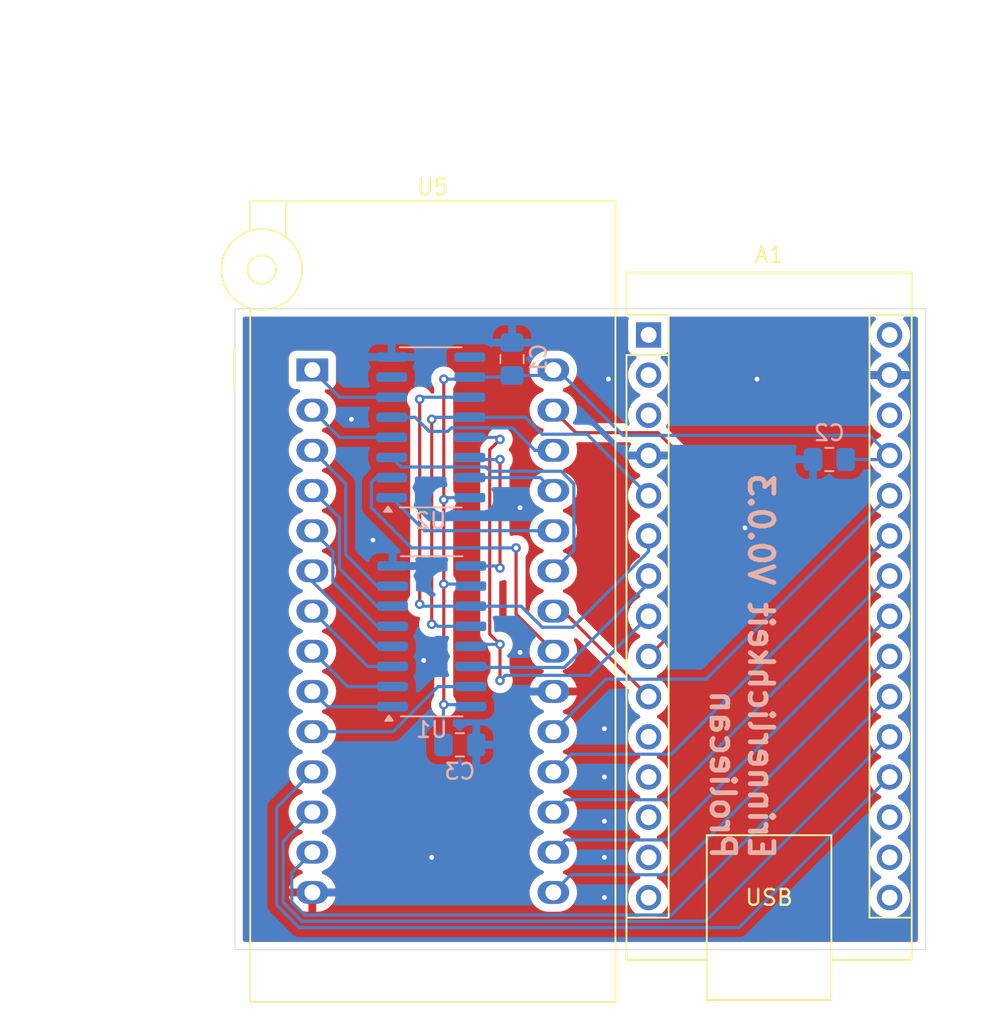
<source format=kicad_pcb>
(kicad_pcb (version 20221018) (generator pcbnew)
  (layers (0 "F.Cu" signal) (31 "B.Cu" signal) (34 "B.Paste" user) (35 "F.Paste" user) (36 "B.SilkS" user "B.Silkscreen") (37 "F.SilkS" user "F.Silkscreen") (38 "B.Mask" user) (39 "F.Mask" user) (44 "Edge.Cuts" user))
  (net 0 "")
  (net 4 "GNDD")
  (net 5 "Net-(A1-D2)")
  (net 6 "Net-(A1-D3)")
  (net 7 "Net-(A1-D4)")
  (net 8 "Net-(A1-D5)")
  (net 9 "Net-(A1-D6)")
  (net 10 "Net-(A1-D7)")
  (net 19 "/D0")
  (net 20 "/D1")
  (net 21 "/D2")
  (net 22 "/D3")
  (net 23 "/D4")
  (net 24 "/D5")
  (net 25 "/D6")
  (net 26 "/D7")
  (net 29 "/A1")
  (net 30 "/A2")
  (net 31 "/A3")
  (net 32 "/A4")
  (net 33 "/A5")
  (net 34 "/A6")
  (net 35 "/A7")
  (net 36 "Net-(U1-QH')")
  (net 37 "/A0")
  (net 38 "/A9")
  (net 39 "/A10")
  (net 40 "/A11")
  (net 41 "/A12")
  (net 42 "/A13")
  (net 43 "/A14")
  (net 46 "/A8")
  (net 47 "+5VD")
  (footprint "Module:Arduino_Nano" (layer "F.Cu") (at 146.812 82.804)
    (fp_text reference "A1" (at 7.62 -5.08) (layer "F.SilkS"))
    (fp_text value "Arduino_Nano_Every")
    (fp_text user "USB" (at 7.62 35.56 unlocked) (layer "F.SilkS"))
    (fp_line (start -1.4 -3.94) (end -1.4 -1.27) (stroke (width 0.12)) (layer "F.SilkS"))
    (fp_line (start -1.4 1.27) (end -1.4 39.5) (stroke (width 0.12)) (layer "F.SilkS"))
    (fp_line (start -1.4 39.5) (end 3.68 39.5) (stroke (width 0.12)) (layer "F.SilkS"))
    (fp_line (start 1.27 -1.27) (end -1.4 -1.27) (stroke (width 0.12)) (layer "F.SilkS"))
    (fp_line (start 1.27 1.27) (end -1.4 1.27) (stroke (width 0.12)) (layer "F.SilkS"))
    (fp_line (start 1.27 1.27) (end 1.27 -1.27) (stroke (width 0.12)) (layer "F.SilkS"))
    (fp_line (start 1.27 1.27) (end 1.27 36.83) (stroke (width 0.12)) (layer "F.SilkS"))
    (fp_line (start 1.27 36.83) (end -1.4 36.83) (stroke (width 0.12)) (layer "F.SilkS"))
    (fp_line (start 3.68 31.62) (end 11.56 31.62) (stroke (width 0.12)) (layer "F.SilkS"))
    (fp_line (start 3.68 42.04) (end 3.68 31.62) (stroke (width 0.12)) (layer "F.SilkS"))
    (fp_line (start 11.56 31.62) (end 11.56 42.04) (stroke (width 0.12)) (layer "F.SilkS"))
    (fp_line (start 11.56 42.04) (end 3.68 42.04) (stroke (width 0.12)) (layer "F.SilkS"))
    (fp_line (start 13.97 -1.27) (end 13.97 36.83) (stroke (width 0.12)) (layer "F.SilkS"))
    (fp_line (start 13.97 -1.27) (end 16.64 -1.27) (stroke (width 0.12)) (layer "F.SilkS"))
    (fp_line (start 13.97 36.83) (end 16.64 36.83) (stroke (width 0.12)) (layer "F.SilkS"))
    (fp_line (start 16.64 -3.94) (end -1.4 -3.94) (stroke (width 0.12)) (layer "F.SilkS"))
    (fp_line (start 16.64 39.5) (end 11.56 39.5) (stroke (width 0.12)) (layer "F.SilkS"))
    (fp_line (start 16.64 39.5) (end 16.64 -3.94) (stroke (width 0.12)) (layer "F.SilkS"))
    (pad "1" thru_hole rect (at 0 0) (size 1.6 1.6) (drill 1) (layers "*.Cu" "*.Mask"))
    (pad "2" thru_hole oval (at 0 2.54) (size 1.6 1.6) (drill 1) (layers "*.Cu" "*.Mask"))
    (pad "3" thru_hole oval (at 0 5.08) (size 1.6 1.6) (drill 1) (layers "*.Cu" "*.Mask"))
    (pad "4" thru_hole oval (at 0 7.62) (size 1.6 1.6) (drill 1) (layers "*.Cu" "*.Mask") (net 4 "GNDD"))
    (pad "5" thru_hole oval (at 0 10.16) (size 1.6 1.6) (drill 1) (layers "*.Cu" "*.Mask") (net 5 "Net-(A1-D2)"))
    (pad "6" thru_hole oval (at 0 12.7) (size 1.6 1.6) (drill 1) (layers "*.Cu" "*.Mask") (net 6 "Net-(A1-D3)"))
    (pad "7" thru_hole oval (at 0 15.24) (size 1.6 1.6) (drill 1) (layers "*.Cu" "*.Mask") (net 7 "Net-(A1-D4)"))
    (pad "8" thru_hole oval (at 0 17.78) (size 1.6 1.6) (drill 1) (layers "*.Cu" "*.Mask") (net 8 "Net-(A1-D5)"))
    (pad "9" thru_hole oval (at 0 20.32) (size 1.6 1.6) (drill 1) (layers "*.Cu" "*.Mask") (net 9 "Net-(A1-D6)"))
    (pad "10" thru_hole oval (at 0 22.86) (size 1.6 1.6) (drill 1) (layers "*.Cu" "*.Mask") (net 10 "Net-(A1-D7)"))
    (pad "11" thru_hole oval (at 0 25.4) (size 1.6 1.6) (drill 1) (layers "*.Cu" "*.Mask"))
    (pad "12" thru_hole oval (at 0 27.94) (size 1.6 1.6) (drill 1) (layers "*.Cu" "*.Mask"))
    (pad "13" thru_hole oval (at 0 30.48) (size 1.6 1.6) (drill 1) (layers "*.Cu" "*.Mask"))
    (pad "14" thru_hole oval (at 0 33.02) (size 1.6 1.6) (drill 1) (layers "*.Cu" "*.Mask"))
    (pad "15" thru_hole oval (at 0 35.56) (size 1.6 1.6) (drill 1) (layers "*.Cu" "*.Mask"))
    (pad "16" thru_hole oval (at 15.24 35.56) (size 1.6 1.6) (drill 1) (layers "*.Cu" "*.Mask"))
    (pad "17" thru_hole oval (at 15.24 33.02) (size 1.6 1.6) (drill 1) (layers "*.Cu" "*.Mask"))
    (pad "18" thru_hole oval (at 15.24 30.48) (size 1.6 1.6) (drill 1) (layers "*.Cu" "*.Mask"))
    (pad "19" thru_hole oval (at 15.24 27.94) (size 1.6 1.6) (drill 1) (layers "*.Cu" "*.Mask") (net 19 "/D0"))
    (pad "20" thru_hole oval (at 15.24 25.4) (size 1.6 1.6) (drill 1) (layers "*.Cu" "*.Mask") (net 20 "/D1"))
    (pad "21" thru_hole oval (at 15.24 22.86) (size 1.6 1.6) (drill 1) (layers "*.Cu" "*.Mask") (net 21 "/D2"))
    (pad "22" thru_hole oval (at 15.24 20.32) (size 1.6 1.6) (drill 1) (layers "*.Cu" "*.Mask") (net 22 "/D3"))
    (pad "23" thru_hole oval (at 15.24 17.78) (size 1.6 1.6) (drill 1) (layers "*.Cu" "*.Mask") (net 23 "/D4"))
    (pad "24" thru_hole oval (at 15.24 15.24) (size 1.6 1.6) (drill 1) (layers "*.Cu" "*.Mask") (net 24 "/D5"))
    (pad "25" thru_hole oval (at 15.24 12.7) (size 1.6 1.6) (drill 1) (layers "*.Cu" "*.Mask") (net 25 "/D6"))
    (pad "26" thru_hole oval (at 15.24 10.16) (size 1.6 1.6) (drill 1) (layers "*.Cu" "*.Mask") (net 26 "/D7"))
    (pad "27" thru_hole oval (at 15.24 7.62) (size 1.6 1.6) (drill 1) (layers "*.Cu" "*.Mask") (net 47 "+5VD"))
    (pad "28" thru_hole oval (at 15.24 5.08) (size 1.6 1.6) (drill 1) (layers "*.Cu" "*.Mask"))
    (pad "29" thru_hole oval (at 15.24 2.54) (size 1.6 1.6) (drill 1) (layers "*.Cu" "*.Mask") (net 4 "GNDD"))
    (pad "30" thru_hole oval (at 15.24 0) (size 1.6 1.6) (drill 1) (layers "*.Cu" "*.Mask"))
  )
  (footprint "Socket:DIP_Socket-28_W11.9_W12.7_W15.24_W17.78_W18.5_3M_228-1277-00-0602J" (layer "F.Cu") (at 125.545 85.02)
    (fp_text reference "U5" (at 7.62 -11.56) (layer "F.SilkS"))
    (fp_text value "AT28C256-15PU")
    (fp_line (start -4.95 1.27) (end -4.95 -1.27) (stroke (width 0.12)) (layer "F.SilkS"))
    (fp_line (start -3.93 -10.66) (end -3.93 -8.8) (stroke (width 0.12)) (layer "F.SilkS"))
    (fp_line (start -3.93 -3.9) (end -3.93 39.94) (stroke (width 0.12)) (layer "F.SilkS"))
    (fp_line (start -3.93 39.94) (end 19.17 39.94) (stroke (width 0.12)) (layer "F.SilkS"))
    (fp_line (start -1.65 -10.66) (end -1.65 -8.4) (stroke (width 0.12)) (layer "F.SilkS"))
    (fp_line (start 19.17 -10.66) (end -3.93 -10.66) (stroke (width 0.12)) (layer "F.SilkS"))
    (fp_line (start 19.17 39.94) (end 19.17 -10.66) (stroke (width 0.12)) (layer "F.SilkS"))
    (fp_circle (center -3.2 -6.35) (end -2.3 -6.35) (stroke (width 0.12)) (fill none) (layer "F.SilkS"))
    (fp_circle (center -3.2 -6.35) (end -0.65 -6.35) (stroke (width 0.12)) (fill none) (layer "F.SilkS"))
    (pad "1" thru_hole rect (at 0 0) (size 2 1.44) (drill 1) (layers "*.Cu" "*.Mask") (net 43 "/A14"))
    (pad "2" thru_hole oval (at 0 2.54) (size 2 1.44) (drill 1) (layers "*.Cu" "*.Mask") (net 41 "/A12"))
    (pad "3" thru_hole oval (at 0 5.08) (size 2 1.44) (drill 1) (layers "*.Cu" "*.Mask") (net 35 "/A7"))
    (pad "4" thru_hole oval (at 0 7.62) (size 2 1.44) (drill 1) (layers "*.Cu" "*.Mask") (net 34 "/A6"))
    (pad "5" thru_hole oval (at 0 10.16) (size 2 1.44) (drill 1) (layers "*.Cu" "*.Mask") (net 33 "/A5"))
    (pad "6" thru_hole oval (at 0 12.7) (size 2 1.44) (drill 1) (layers "*.Cu" "*.Mask") (net 32 "/A4"))
    (pad "7" thru_hole oval (at 0 15.24) (size 2 1.44) (drill 1) (layers "*.Cu" "*.Mask") (net 31 "/A3"))
    (pad "8" thru_hole oval (at 0 17.78) (size 2 1.44) (drill 1) (layers "*.Cu" "*.Mask") (net 30 "/A2"))
    (pad "9" thru_hole oval (at 0 20.32) (size 2 1.44) (drill 1) (layers "*.Cu" "*.Mask") (net 29 "/A1"))
    (pad "10" thru_hole oval (at 0 22.86) (size 2 1.44) (drill 1) (layers "*.Cu" "*.Mask") (net 37 "/A0"))
    (pad "11" thru_hole oval (at 0 25.4) (size 2 1.44) (drill 1) (layers "*.Cu" "*.Mask") (net 19 "/D0"))
    (pad "12" thru_hole oval (at 0 27.94) (size 2 1.44) (drill 1) (layers "*.Cu" "*.Mask") (net 20 "/D1"))
    (pad "13" thru_hole oval (at 0 30.48) (size 2 1.44) (drill 1) (layers "*.Cu" "*.Mask") (net 21 "/D2"))
    (pad "14" thru_hole oval (at 0 33.02) (size 2 1.44) (drill 1) (layers "*.Cu" "*.Mask") (net 4 "GNDD"))
    (pad "15" thru_hole oval (at 15.24 33.02) (size 2 1.44) (drill 1) (layers "*.Cu" "*.Mask") (net 22 "/D3"))
    (pad "16" thru_hole oval (at 15.24 30.48) (size 2 1.44) (drill 1) (layers "*.Cu" "*.Mask") (net 23 "/D4"))
    (pad "17" thru_hole oval (at 15.24 27.94) (size 2 1.44) (drill 1) (layers "*.Cu" "*.Mask") (net 24 "/D5"))
    (pad "18" thru_hole oval (at 15.24 25.4) (size 2 1.44) (drill 1) (layers "*.Cu" "*.Mask") (net 25 "/D6"))
    (pad "19" thru_hole oval (at 15.24 22.86) (size 2 1.44) (drill 1) (layers "*.Cu" "*.Mask") (net 26 "/D7"))
    (pad "20" thru_hole oval (at 15.24 20.32) (size 2 1.44) (drill 1) (layers "*.Cu" "*.Mask") (net 4 "GNDD"))
    (pad "21" thru_hole oval (at 15.24 17.78) (size 2 1.44) (drill 1) (layers "*.Cu" "*.Mask") (net 39 "/A10"))
    (pad "22" thru_hole oval (at 15.24 15.24) (size 2 1.44) (drill 1) (layers "*.Cu" "*.Mask") (net 10 "Net-(A1-D7)"))
    (pad "23" thru_hole oval (at 15.24 12.7) (size 2 1.44) (drill 1) (layers "*.Cu" "*.Mask") (net 40 "/A11"))
    (pad "24" thru_hole oval (at 15.24 10.16) (size 2 1.44) (drill 1) (layers "*.Cu" "*.Mask") (net 38 "/A9"))
    (pad "25" thru_hole oval (at 15.24 7.62) (size 2 1.44) (drill 1) (layers "*.Cu" "*.Mask") (net 46 "/A8"))
    (pad "26" thru_hole oval (at 15.24 5.08) (size 2 1.44) (drill 1) (layers "*.Cu" "*.Mask") (net 42 "/A13"))
    (pad "27" thru_hole oval (at 15.24 2.54) (size 2 1.44) (drill 1) (layers "*.Cu" "*.Mask") (net 9 "Net-(A1-D6)"))
    (pad "28" thru_hole oval (at 15.24 0) (size 2 1.44) (drill 1) (layers "*.Cu" "*.Mask") (net 47 "+5VD"))
  )
  (footprint "Capacitor_SMD:C_0805_2012Metric_Pad1.18x1.45mm_HandSolder" (layer "B.Cu") (at 158.242 90.678 180)
    (fp_text reference "C2" (at 0 1.68) (layer "B.SilkS") (effects (justify mirror)))
    (fp_text value "100nC")
    (fp_line (start -0.261252 -0.735) (end 0.261252 -0.735) (stroke (width 0.12)) (layer "B.SilkS"))
    (fp_line (start -0.261252 0.735) (end 0.261252 0.735) (stroke (width 0.12)) (layer "B.SilkS"))
    (pad "1" smd roundrect (at -1.0375 0 180) (size 1.175 1.45) (layers "B.Cu" "B.Paste" "B.Mask") (roundrect_rratio 0.212766) (net 47 "+5VD"))
    (pad "2" smd roundrect (at 1.0375 0 180) (size 1.175 1.45) (layers "B.Cu" "B.Paste" "B.Mask") (roundrect_rratio 0.212766) (net 4 "GNDD"))
  )
  (footprint "Package_SO:SOIC-16_3.9x9.9mm_P1.27mm" (layer "B.Cu") (at 133.096 101.854)
    (fp_text reference "U1" (at 0 5.9) (layer "B.SilkS") (effects (justify mirror)))
    (fp_text value "74HC595D")
    (fp_line (start 0 -5.06) (end -1.95 -5.06) (stroke (width 0.12)) (layer "B.SilkS"))
    (fp_line (start 0 -5.06) (end 1.95 -5.06) (stroke (width 0.12)) (layer "B.SilkS"))
    (fp_line (start 0 5.06) (end -1.95 5.06) (stroke (width 0.12)) (layer "B.SilkS"))
    (fp_line (start 0 5.06) (end 1.95 5.06) (stroke (width 0.12)) (layer "B.SilkS"))
    (fp_poly (pts (xy -2.7 5.005) (xy -2.94 5.335) (xy -2.46 5.335) (xy -2.7 5.005)) (stroke (width 0.12)) (fill solid) (layer "B.SilkS"))
    (pad "1" smd roundrect (at -2.475 4.445) (size 1.95 0.6) (layers "B.Cu" "B.Paste" "B.Mask") (net 29 "/A1"))
    (pad "2" smd roundrect (at -2.475 3.175) (size 1.95 0.6) (layers "B.Cu" "B.Paste" "B.Mask") (net 30 "/A2"))
    (pad "3" smd roundrect (at -2.475 1.905) (size 1.95 0.6) (layers "B.Cu" "B.Paste" "B.Mask") (net 31 "/A3"))
    (pad "4" smd roundrect (at -2.475 0.635) (size 1.95 0.6) (layers "B.Cu" "B.Paste" "B.Mask") (net 32 "/A4"))
    (pad "5" smd roundrect (at -2.475 -0.635) (size 1.95 0.6) (layers "B.Cu" "B.Paste" "B.Mask") (net 33 "/A5"))
    (pad "6" smd roundrect (at -2.475 -1.905) (size 1.95 0.6) (layers "B.Cu" "B.Paste" "B.Mask") (net 34 "/A6"))
    (pad "7" smd roundrect (at -2.475 -3.175) (size 1.95 0.6) (layers "B.Cu" "B.Paste" "B.Mask") (net 35 "/A7"))
    (pad "8" smd roundrect (at -2.475 -4.445) (size 1.95 0.6) (layers "B.Cu" "B.Paste" "B.Mask") (net 4 "GNDD"))
    (pad "9" smd roundrect (at 2.475 -4.445) (size 1.95 0.6) (layers "B.Cu" "B.Paste" "B.Mask") (net 36 "Net-(U1-QH')"))
    (pad "10" smd roundrect (at 2.475 -3.175) (size 1.95 0.6) (layers "B.Cu" "B.Paste" "B.Mask") (net 47 "+5VD"))
    (pad "11" smd roundrect (at 2.475 -1.905) (size 1.95 0.6) (layers "B.Cu" "B.Paste" "B.Mask") (net 6 "Net-(A1-D3)"))
    (pad "12" smd roundrect (at 2.475 -0.635) (size 1.95 0.6) (layers "B.Cu" "B.Paste" "B.Mask") (net 5 "Net-(A1-D2)"))
    (pad "13" smd roundrect (at 2.475 0.635) (size 1.95 0.6) (layers "B.Cu" "B.Paste" "B.Mask") (net 8 "Net-(A1-D5)"))
    (pad "14" smd roundrect (at 2.475 1.905) (size 1.95 0.6) (layers "B.Cu" "B.Paste" "B.Mask") (net 7 "Net-(A1-D4)"))
    (pad "15" smd roundrect (at 2.475 3.175) (size 1.95 0.6) (layers "B.Cu" "B.Paste" "B.Mask") (net 37 "/A0"))
    (pad "16" smd roundrect (at 2.475 4.445) (size 1.95 0.6) (layers "B.Cu" "B.Paste" "B.Mask") (net 47 "+5VD"))
  )
  (footprint "Capacitor_SMD:C_0805_2012Metric_Pad1.18x1.45mm_HandSolder" (layer "B.Cu") (at 138.176 84.328 90)
    (fp_text reference "C1" (at 0 1.68 90) (layer "B.SilkS") (effects (justify mirror)))
    (fp_text value "10uC")
    (fp_line (start -0.261252 -0.735) (end 0.261252 -0.735) (stroke (width 0.12)) (layer "B.SilkS"))
    (fp_line (start -0.261252 0.735) (end 0.261252 0.735) (stroke (width 0.12)) (layer "B.SilkS"))
    (pad "1" smd roundrect (at -1.0375 0 90) (size 1.175 1.45) (layers "B.Cu" "B.Paste" "B.Mask") (roundrect_rratio 0.212766) (net 47 "+5VD"))
    (pad "2" smd roundrect (at 1.0375 0 90) (size 1.175 1.45) (layers "B.Cu" "B.Paste" "B.Mask") (roundrect_rratio 0.212766) (net 4 "GNDD"))
  )
  (footprint "Package_SO:SOIC-16_3.9x9.9mm_P1.27mm" (layer "B.Cu") (at 133.031 88.646)
    (fp_text reference "U2" (at 0 5.9) (layer "B.SilkS") (effects (justify mirror)))
    (fp_text value "74HC595D")
    (fp_line (start 0 -5.06) (end -1.95 -5.06) (stroke (width 0.12)) (layer "B.SilkS"))
    (fp_line (start 0 -5.06) (end 1.95 -5.06) (stroke (width 0.12)) (layer "B.SilkS"))
    (fp_line (start 0 5.06) (end -1.95 5.06) (stroke (width 0.12)) (layer "B.SilkS"))
    (fp_line (start 0 5.06) (end 1.95 5.06) (stroke (width 0.12)) (layer "B.SilkS"))
    (fp_poly (pts (xy -2.7 5.005) (xy -2.94 5.335) (xy -2.46 5.335) (xy -2.7 5.005)) (stroke (width 0.12)) (fill solid) (layer "B.SilkS"))
    (pad "1" smd roundrect (at -2.475 4.445) (size 1.95 0.6) (layers "B.Cu" "B.Paste" "B.Mask") (net 38 "/A9"))
    (pad "2" smd roundrect (at -2.475 3.175) (size 1.95 0.6) (layers "B.Cu" "B.Paste" "B.Mask") (net 39 "/A10"))
    (pad "3" smd roundrect (at -2.475 1.905) (size 1.95 0.6) (layers "B.Cu" "B.Paste" "B.Mask") (net 40 "/A11"))
    (pad "4" smd roundrect (at -2.475 0.635) (size 1.95 0.6) (layers "B.Cu" "B.Paste" "B.Mask") (net 41 "/A12"))
    (pad "5" smd roundrect (at -2.475 -0.635) (size 1.95 0.6) (layers "B.Cu" "B.Paste" "B.Mask") (net 42 "/A13"))
    (pad "6" smd roundrect (at -2.475 -1.905) (size 1.95 0.6) (layers "B.Cu" "B.Paste" "B.Mask") (net 43 "/A14"))
    (pad "7" smd roundrect (at -2.475 -3.175) (size 1.95 0.6) (layers "B.Cu" "B.Paste" "B.Mask"))
    (pad "8" smd roundrect (at -2.475 -4.445) (size 1.95 0.6) (layers "B.Cu" "B.Paste" "B.Mask") (net 4 "GNDD"))
    (pad "9" smd roundrect (at 2.475 -4.445) (size 1.95 0.6) (layers "B.Cu" "B.Paste" "B.Mask"))
    (pad "10" smd roundrect (at 2.475 -3.175) (size 1.95 0.6) (layers "B.Cu" "B.Paste" "B.Mask") (net 47 "+5VD"))
    (pad "11" smd roundrect (at 2.475 -1.905) (size 1.95 0.6) (layers "B.Cu" "B.Paste" "B.Mask") (net 6 "Net-(A1-D3)"))
    (pad "12" smd roundrect (at 2.475 -0.635) (size 1.95 0.6) (layers "B.Cu" "B.Paste" "B.Mask") (net 5 "Net-(A1-D2)"))
    (pad "13" smd roundrect (at 2.475 0.635) (size 1.95 0.6) (layers "B.Cu" "B.Paste" "B.Mask") (net 8 "Net-(A1-D5)"))
    (pad "14" smd roundrect (at 2.475 1.905) (size 1.95 0.6) (layers "B.Cu" "B.Paste" "B.Mask") (net 36 "Net-(U1-QH')"))
    (pad "15" smd roundrect (at 2.475 3.175) (size 1.95 0.6) (layers "B.Cu" "B.Paste" "B.Mask") (net 46 "/A8"))
    (pad "16" smd roundrect (at 2.475 4.445) (size 1.95 0.6) (layers "B.Cu" "B.Paste" "B.Mask") (net 47 "+5VD"))
  )
  (footprint "Capacitor_SMD:C_0805_2012Metric_Pad1.18x1.45mm_HandSolder" (layer "B.Cu") (at 134.874 108.712)
    (fp_text reference "C3" (at 0 1.68) (layer "B.SilkS") (effects (justify mirror)))
    (fp_text value "100nC")
    (fp_line (start -0.261252 -0.735) (end 0.261252 -0.735) (stroke (width 0.12)) (layer "B.SilkS"))
    (fp_line (start -0.261252 0.735) (end 0.261252 0.735) (stroke (width 0.12)) (layer "B.SilkS"))
    (pad "1" smd roundrect (at -1.0375 0) (size 1.175 1.45) (layers "B.Cu" "B.Paste" "B.Mask") (roundrect_rratio 0.212766) (net 47 "+5VD"))
    (pad "2" smd roundrect (at 1.0375 0) (size 1.175 1.45) (layers "B.Cu" "B.Paste" "B.Mask") (roundrect_rratio 0.212766) (net 4 "GNDD"))
  )
  (gr_rect (start 120.65 81.153) (end 164.338 121.666) (stroke (width 0.05)) (fill none) (layer "Edge.Cuts"))
  (gr_text "Erinnerlichkeit V0.0.3\nProliecan" (at 150.622 116.078 270) (layer "B.SilkS") (effects (font (size 1.5 1.5) (thickness 0.3) bold) (justify left bottom mirror)))
  (via (at 144.018 113.538) (size 0.6) (drill 0.3) (layers "F.Cu" "B.Cu") (net 4))
  (via (at 144.018 107.696) (size 0.6) (drill 0.3) (layers "F.Cu" "B.Cu") (net 4))
  (via (at 144.018 118.364) (size 0.6) (drill 0.3) (layers "F.Cu" "B.Cu") (net 4))
  (via (at 138.684 93.726) (size 0.6) (drill 0.3) (layers "F.Cu" "B.Cu") (net 4))
  (via (at 132.588 103.378) (size 0.6) (drill 0.3) (layers "F.Cu" "B.Cu") (net 4))
  (via (at 128.016 88.138) (size 0.6) (drill 0.3) (layers "F.Cu" "B.Cu") (net 4))
  (via (at 144.018 110.744) (size 0.6) (drill 0.3) (layers "F.Cu" "B.Cu") (net 4))
  (via (at 133.096 115.824) (size 0.6) (drill 0.3) (layers "F.Cu" "B.Cu") (net 4))
  (via (at 144.272 85.598) (size 0.6) (drill 0.3) (layers "F.Cu" "B.Cu") (net 4))
  (via (at 152.908 94.996) (size 0.6) (drill 0.3) (layers "F.Cu" "B.Cu") (net 4))
  (via (at 144.018 115.824) (size 0.6) (drill 0.3) (layers "F.Cu" "B.Cu") (net 4))
  (via (at 138.684 102.87) (size 0.6) (drill 0.3) (layers "F.Cu" "B.Cu") (net 4))
  (via (at 153.67 85.598) (size 0.6) (drill 0.3) (layers "F.Cu" "B.Cu") (net 4))
  (via (at 129.380315 95.76949) (size 0.6) (drill 0.3) (layers "F.Cu" "B.Cu") (net 4))
  (segment (start 133.096 100.838) (end 133.096 88.138) (width 0.2) (layer "F.Cu") (net 5))
  (segment (start 133.35 101.092) (end 133.096 100.838) (width 0.2) (layer "F.Cu") (net 5))
  (via (at 133.096 88.138) (size 0.6) (drill 0.3) (layers "F.Cu" "B.Cu") (net 5))
  (via (at 133.096 101.092) (size 0.6) (drill 0.3) (layers "F.Cu" "B.Cu") (net 5))
  (segment (start 135.506 88.011) (end 139.013502 88.011) (width 0.2) (layer "B.Cu") (net 5))
  (segment (start 139.013502 88.011) (end 140.082502 89.08) (width 0.2) (layer "B.Cu") (net 5))
  (segment (start 133.223 88.011) (end 135.506 88.011) (width 0.2) (layer "B.Cu") (net 5))
  (segment (start 135.571 101.219) (end 133.477 101.219) (width 0.2) (layer "B.Cu") (net 5))
  (segment (start 142.928 89.08) (end 146.812 92.964) (width 0.2) (layer "B.Cu") (net 5))
  (segment (start 133.096 88.138) (end 133.223 88.011) (width 0.2) (layer "B.Cu") (net 5))
  (segment (start 140.082502 89.08) (end 142.928 89.08) (width 0.2) (layer "B.Cu") (net 5))
  (segment (start 133.477 101.219) (end 133.35 101.092) (width 0.2) (layer "B.Cu") (net 5))
  (segment (start 132.334 86.868) (end 132.334 99.822) (width 0.2) (layer "F.Cu") (net 6))
  (via (at 132.334 86.868) (size 0.6) (drill 0.3) (layers "F.Cu" "B.Cu") (net 6))
  (via (at 132.334 99.822) (size 0.6) (drill 0.3) (layers "F.Cu" "B.Cu") (net 6))
  (segment (start 135.571 99.949) (end 138.751502 99.949) (width 0.2) (layer "B.Cu") (net 6))
  (segment (start 146.812 96.488365) (end 146.812 95.504) (width 0.2) (layer "B.Cu") (net 6))
  (segment (start 132.461 99.949) (end 135.571 99.949) (width 0.2) (layer "B.Cu") (net 6))
  (segment (start 142.020365 101.28) (end 146.812 96.488365) (width 0.2) (layer "B.Cu") (net 6))
  (segment (start 138.751502 99.949) (end 140.082502 101.28) (width 0.2) (layer "B.Cu") (net 6))
  (segment (start 132.334 99.822) (end 132.461 99.949) (width 0.2) (layer "B.Cu") (net 6))
  (segment (start 140.082502 101.28) (end 142.020365 101.28) (width 0.2) (layer "B.Cu") (net 6))
  (segment (start 132.461 86.741) (end 132.334 86.868) (width 0.2) (layer "B.Cu") (net 6))
  (segment (start 135.506 86.741) (end 132.461 86.741) (width 0.2) (layer "B.Cu") (net 6))
  (segment (start 136.606999 103.82) (end 141.487498 103.82) (width 0.2) (layer "B.Cu") (net 7))
  (segment (start 135.571 103.759) (end 136.545999 103.759) (width 0.2) (layer "B.Cu") (net 7))
  (segment (start 146.812 98.495498) (end 146.812 98.044) (width 0.2) (layer "B.Cu") (net 7))
  (segment (start 141.487498 103.82) (end 146.812 98.495498) (width 0.2) (layer "B.Cu") (net 7))
  (segment (start 136.545999 103.759) (end 136.606999 103.82) (width 0.2) (layer "B.Cu") (net 7))
  (segment (start 136.764 101.712) (end 137.414 102.362) (width 0.2) (layer "F.Cu") (net 8))
  (segment (start 137.414 89.408) (end 136.764 90.058) (width 0.2) (layer "F.Cu") (net 8))
  (segment (start 137.414 102.362) (end 137.414 104.648) (width 0.2) (layer "F.Cu") (net 8))
  (segment (start 136.764 90.058) (end 136.764 101.712) (width 0.2) (layer "F.Cu") (net 8))
  (via (at 137.414 104.648) (size 0.6) (drill 0.3) (layers "F.Cu" "B.Cu") (net 8))
  (via (at 137.414 89.408) (size 0.6) (drill 0.3) (layers "F.Cu" "B.Cu") (net 8))
  (via (at 137.414 102.362) (size 0.6) (drill 0.3) (layers "F.Cu" "B.Cu") (net 8))
  (segment (start 137.414 102.362) (end 135.698 102.362) (width 0.2) (layer "B.Cu") (net 8))
  (segment (start 135.506 89.281) (end 137.287 89.281) (width 0.2) (layer "B.Cu") (net 8))
  (segment (start 137.287 89.281) (end 137.414 89.408) (width 0.2) (layer "B.Cu") (net 8))
  (segment (start 137.414 104.648) (end 137.742 104.32) (width 0.2) (layer "B.Cu") (net 8))
  (segment (start 135.698 102.362) (end 135.571 102.489) (width 0.2) (layer "B.Cu") (net 8))
  (segment (start 137.742 104.32) (end 143.076 104.32) (width 0.2) (layer "B.Cu") (net 8))
  (segment (start 143.076 104.32) (end 146.812 100.584) (width 0.2) (layer "B.Cu") (net 8))
  (segment (start 142.209 88.984) (end 147.404 88.984) (width 0.2) (layer "F.Cu") (net 9))
  (segment (start 148.844 101.092) (end 146.812 103.124) (width 0.2) (layer "F.Cu") (net 9))
  (segment (start 140.785 87.56) (end 142.209 88.984) (width 0.2) (layer "F.Cu") (net 9))
  (segment (start 147.404 88.984) (end 148.844 90.424) (width 0.2) (layer "F.Cu") (net 9))
  (segment (start 148.844 90.424) (end 148.844 101.092) (width 0.2) (layer "F.Cu") (net 9))
  (segment (start 141.408 100.26) (end 146.812 105.664) (width 0.2) (layer "F.Cu") (net 10))
  (segment (start 140.785 100.26) (end 141.408 100.26) (width 0.2) (layer "F.Cu") (net 10))
  (segment (start 152.532 120.264) (end 124.720628 120.264) (width 0.2) (layer "B.Cu") (net 19))
  (segment (start 123.298 118.841371) (end 123.298 112.667) (width 0.2) (layer "B.Cu") (net 19))
  (segment (start 123.298 112.667) (end 125.545 110.42) (width 0.2) (layer "B.Cu") (net 19))
  (segment (start 162.052 110.744) (end 152.532 120.264) (width 0.2) (layer "B.Cu") (net 19))
  (segment (start 124.720628 120.264) (end 123.298 118.841371) (width 0.2) (layer "B.Cu") (net 19))
  (segment (start 123.698 114.807) (end 125.545 112.96) (width 0.2) (layer "B.Cu") (net 20))
  (segment (start 162.052 108.204) (end 150.392 119.864) (width 0.2) (layer "B.Cu") (net 20))
  (segment (start 150.392 119.864) (end 124.886314 119.864) (width 0.2) (layer "B.Cu") (net 20))
  (segment (start 124.886314 119.864) (end 123.698 118.675686) (width 0.2) (layer "B.Cu") (net 20))
  (segment (start 123.698 118.675686) (end 123.698 114.807) (width 0.2) (layer "B.Cu") (net 20))
  (segment (start 125.052 119.464) (end 124.245 118.657) (width 0.2) (layer "B.Cu") (net 21))
  (segment (start 124.245 118.657) (end 124.245 116.8) (width 0.2) (layer "B.Cu") (net 21))
  (segment (start 162.052 105.664) (end 148.252 119.464) (width 0.2) (layer "B.Cu") (net 21))
  (segment (start 124.245 116.8) (end 125.545 115.5) (width 0.2) (layer "B.Cu") (net 21))
  (segment (start 148.252 119.464) (end 125.052 119.464) (width 0.2) (layer "B.Cu") (net 21))
  (segment (start 141.901 116.924) (end 140.785 118.04) (width 0.2) (layer "B.Cu") (net 22))
  (segment (start 162.052 103.124) (end 148.252 116.924) (width 0.2) (layer "B.Cu") (net 22))
  (segment (start 148.252 116.924) (end 141.901 116.924) (width 0.2) (layer "B.Cu") (net 22))
  (segment (start 162.052 100.584) (end 147.912 114.724) (width 0.2) (layer "B.Cu") (net 23))
  (segment (start 141.561 114.724) (end 140.785 115.5) (width 0.2) (layer "B.Cu") (net 23))
  (segment (start 147.912 114.724) (end 141.561 114.724) (width 0.2) (layer "B.Cu") (net 23))
  (segment (start 147.912 112.184) (end 141.561 112.184) (width 0.2) (layer "B.Cu") (net 24))
  (segment (start 141.561 112.184) (end 140.785 112.96) (width 0.2) (layer "B.Cu") (net 24))
  (segment (start 162.052 98.044) (end 147.912 112.184) (width 0.2) (layer "B.Cu") (net 24))
  (segment (start 141.901 109.304) (end 140.785 110.42) (width 0.2) (layer "B.Cu") (net 25))
  (segment (start 162.052 95.504) (end 148.252 109.304) (width 0.2) (layer "B.Cu") (net 25))
  (segment (start 148.252 109.304) (end 141.901 109.304) (width 0.2) (layer "B.Cu") (net 25))
  (segment (start 162.052 92.964) (end 150.452 104.564) (width 0.2) (layer "B.Cu") (net 26))
  (segment (start 144.101 104.564) (end 140.785 107.88) (width 0.2) (layer "B.Cu") (net 26))
  (segment (start 150.452 104.564) (end 144.101 104.564) (width 0.2) (layer "B.Cu") (net 26))
  (segment (start 126.504 106.299) (end 125.545 105.34) (width 0.2) (layer "B.Cu") (net 29))
  (segment (start 130.621 106.299) (end 126.504 106.299) (width 0.2) (layer "B.Cu") (net 29))
  (segment (start 130.621 105.029) (end 127.774 105.029) (width 0.2) (layer "B.Cu") (net 30))
  (segment (start 127.774 105.029) (end 125.545 102.8) (width 0.2) (layer "B.Cu") (net 30))
  (segment (start 130.621 103.759) (end 129.044 103.759) (width 0.2) (layer "B.Cu") (net 31))
  (segment (start 129.044 103.759) (end 125.545 100.26) (width 0.2) (layer "B.Cu") (net 31))
  (segment (start 125.545 98.387999) (end 125.545 97.72) (width 0.2) (layer "B.Cu") (net 32))
  (segment (start 130.621 102.489) (end 129.646001 102.489) (width 0.2) (layer "B.Cu") (net 32))
  (segment (start 129.646001 102.489) (end 125.545 98.387999) (width 0.2) (layer "B.Cu") (net 32))
  (segment (start 126.845 98.417999) (end 126.845 96.48) (width 0.2) (layer "B.Cu") (net 33))
  (segment (start 130.621 101.219) (end 129.646001 101.219) (width 0.2) (layer "B.Cu") (net 33))
  (segment (start 129.646001 101.219) (end 126.845 98.417999) (width 0.2) (layer "B.Cu") (net 33))
  (segment (start 126.845 96.48) (end 125.545 95.18) (width 0.2) (layer "B.Cu") (net 33))
  (segment (start 130.621 99.949) (end 129.646001 99.949) (width 0.2) (layer "B.Cu") (net 34))
  (segment (start 127.254 94.349) (end 125.545 92.64) (width 0.2) (layer "B.Cu") (net 34))
  (segment (start 129.646001 99.949) (end 127.254 97.556999) (width 0.2) (layer "B.Cu") (net 34))
  (segment (start 127.254 97.556999) (end 127.254 94.349) (width 0.2) (layer "B.Cu") (net 34))
  (segment (start 127.654 96.686999) (end 127.654 92.209) (width 0.2) (layer "B.Cu") (net 35))
  (segment (start 127.654 92.209) (end 125.545 90.1) (width 0.2) (layer "B.Cu") (net 35))
  (segment (start 129.646001 98.679) (end 127.654 96.686999) (width 0.2) (layer "B.Cu") (net 35))
  (segment (start 130.621 98.679) (end 129.646001 98.679) (width 0.2) (layer "B.Cu") (net 35))
  (segment (start 137.414 97.536) (end 137.414 90.678) (width 0.2) (layer "F.Cu") (net 36))
  (via (at 137.414 97.536) (size 0.6) (drill 0.3) (layers "F.Cu" "B.Cu") (net 36))
  (via (at 137.414 90.678) (size 0.6) (drill 0.3) (layers "F.Cu" "B.Cu") (net 36))
  (segment (start 135.633 90.678) (end 135.506 90.551) (width 0.2) (layer "B.Cu") (net 36))
  (segment (start 137.414 90.678) (end 135.633 90.678) (width 0.2) (layer "B.Cu") (net 36))
  (segment (start 135.571 97.409) (end 137.287 97.409) (width 0.2) (layer "B.Cu") (net 36))
  (segment (start 137.287 97.409) (end 137.414 97.536) (width 0.2) (layer "B.Cu") (net 36))
  (segment (start 135.571 105.029) (end 133.506552 105.029) (width 0.2) (layer "B.Cu") (net 37))
  (segment (start 130.655552 107.88) (end 125.545 107.88) (width 0.2) (layer "B.Cu") (net 37))
  (segment (start 133.506552 105.029) (end 130.655552 107.88) (width 0.2) (layer "B.Cu") (net 37))
  (segment (start 132.645 95.18) (end 140.785 95.18) (width 0.2) (layer "B.Cu") (net 38))
  (segment (start 130.556 93.091) (end 132.645 95.18) (width 0.2) (layer "B.Cu") (net 38))
  (segment (start 138.43 100.445) (end 140.785 102.8) (width 0.2) (layer "F.Cu") (net 39))
  (segment (start 138.43 96.266) (end 138.43 100.445) (width 0.2) (layer "F.Cu") (net 39))
  (via (at 138.43 96.266) (size 0.6) (drill 0.3) (layers "F.Cu" "B.Cu") (net 39))
  (segment (start 129.581001 91.821) (end 129.281 92.121001) (width 0.2) (layer "B.Cu") (net 39))
  (segment (start 129.281 92.121001) (end 129.281 93.721) (width 0.2) (layer "B.Cu") (net 39))
  (segment (start 130.556 91.821) (end 129.581001 91.821) (width 0.2) (layer "B.Cu") (net 39))
  (segment (start 131.826 96.266) (end 138.43 96.266) (width 0.2) (layer "B.Cu") (net 39))
  (segment (start 129.281 93.721) (end 131.826 96.266) (width 0.2) (layer "B.Cu") (net 39))
  (segment (start 142.085 96.42) (end 140.785 97.72) (width 0.2) (layer "B.Cu") (net 40))
  (segment (start 142.085 92.217502) (end 142.085 96.42) (width 0.2) (layer "B.Cu") (net 40))
  (segment (start 136.791552 91.421) (end 141.288498 91.421) (width 0.2) (layer "B.Cu") (net 40))
  (segment (start 130.556 90.551) (end 131.156 91.151) (width 0.2) (layer "B.Cu") (net 40))
  (segment (start 141.288498 91.421) (end 142.085 92.217502) (width 0.2) (layer "B.Cu") (net 40))
  (segment (start 131.156 91.151) (end 136.521552 91.151) (width 0.2) (layer "B.Cu") (net 40))
  (segment (start 136.521552 91.151) (end 136.791552 91.421) (width 0.2) (layer "B.Cu") (net 40))
  (segment (start 130.556 89.281) (end 127.266 89.281) (width 0.2) (layer "B.Cu") (net 41))
  (segment (start 127.266 89.281) (end 125.545 87.56) (width 0.2) (layer "B.Cu") (net 41))
  (segment (start 139.63 90.1) (end 140.785 90.1) (width 0.2) (layer "B.Cu") (net 42))
  (segment (start 132.049761 88.011) (end 132.938761 88.9) (width 0.2) (layer "B.Cu") (net 42))
  (segment (start 132.938761 88.9) (end 134.112 88.9) (width 0.2) (layer "B.Cu") (net 42))
  (segment (start 134.331 88.681) (end 138.211 88.681) (width 0.2) (layer "B.Cu") (net 42))
  (segment (start 138.211 88.681) (end 139.63 90.1) (width 0.2) (layer "B.Cu") (net 42))
  (segment (start 130.556 88.011) (end 132.049761 88.011) (width 0.2) (layer "B.Cu") (net 42))
  (segment (start 134.112 88.9) (end 134.331 88.681) (width 0.2) (layer "B.Cu") (net 42))
  (segment (start 130.556 86.741) (end 127.266 86.741) (width 0.2) (layer "B.Cu") (net 43))
  (segment (start 127.266 86.741) (end 125.545 85.02) (width 0.2) (layer "B.Cu") (net 43))
  (segment (start 135.506 91.821) (end 139.966 91.821) (width 0.2) (layer "B.Cu") (net 46))
  (segment (start 139.966 91.821) (end 140.785 92.64) (width 0.2) (layer "B.Cu") (net 46))
  (segment (start 133.858 93.218) (end 133.858 98.552) (width 0.2) (layer "F.Cu") (net 47))
  (segment (start 133.858 98.552) (end 133.858 106.172) (width 0.2) (layer "F.Cu") (net 47))
  (segment (start 133.858 93.218) (end 133.858 85.598) (width 0.2) (layer "F.Cu") (net 47))
  (via (at 133.858 98.552) (size 0.6) (drill 0.3) (layers "F.Cu" "B.Cu") (net 47))
  (via (at 133.858 85.598) (size 0.6) (drill 0.3) (layers "F.Cu" "B.Cu") (net 47))
  (via (at 133.858 93.218) (size 0.6) (drill 0.3) (layers "F.Cu" "B.Cu") (net 47))
  (via (at 133.858 106.172) (size 0.6) (drill 0.3) (layers "F.Cu" "B.Cu") (net 47))
  (segment (start 141.065 85.02) (end 145.199 89.154) (width 0.2) (layer "B.Cu") (net 47))
  (segment (start 133.8365 108.712) (end 133.8365 106.1935) (width 0.2) (layer "B.Cu") (net 47))
  (segment (start 140.4395 85.3655) (end 140.785 85.02) (width 0.2) (layer "B.Cu") (net 47))
  (segment (start 145.199 89.154) (end 160.782 89.154) (width 0.2) (layer "B.Cu") (net 47))
  (segment (start 138.176 85.3655) (end 140.4395 85.3655) (width 0.2) (layer "B.Cu") (net 47))
  (segment (start 135.379 85.598) (end 135.506 85.471) (width 0.2) (layer "B.Cu") (net 47))
  (segment (start 133.858 98.552) (end 135.444 98.552) (width 0.2) (layer "B.Cu") (net 47))
  (segment (start 133.858 85.598) (end 135.379 85.598) (width 0.2) (layer "B.Cu") (net 47))
  (segment (start 135.506 93.091) (end 133.985 93.091) (width 0.2) (layer "B.Cu") (net 47))
  (segment (start 133.858 106.172) (end 135.444 106.172) (width 0.2) (layer "B.Cu") (net 47))
  (segment (start 133.8365 106.1935) (end 133.858 106.172) (width 0.2) (layer "B.Cu") (net 47))
  (segment (start 133.8795 106.1935) (end 133.858 106.172) (width 0.2) (layer "B.Cu") (net 47))
  (segment (start 160.782 89.154) (end 162.052 90.424) (width 0.2) (layer "B.Cu") (net 47))
  (segment (start 135.444 98.552) (end 135.571 98.679) (width 0.2) (layer "B.Cu") (net 47))
  (segment (start 133.985 93.091) (end 133.858 93.218) (width 0.2) (layer "B.Cu") (net 47))
  (segment (start 138.0705 85.471) (end 138.176 85.3655) (width 0.2) (layer "B.Cu") (net 47))
  (segment (start 135.444 106.172) (end 135.571 106.299) (width 0.2) (layer "B.Cu") (net 47))
  (segment (start 135.506 85.471) (end 138.0705 85.471) (width 0.2) (layer "B.Cu") (net 47))
  (segment (start 140.785 85.02) (end 141.065 85.02) (width 0.2) (layer "B.Cu") (net 47))
  (segment (start 140.334 85.471) (end 140.785 85.02) (width 0.2) (layer "B.Cu") (net 47))
  (segment (start 161.798 90.678) (end 162.052 90.424) (width 0.2) (layer "B.Cu") (net 47))
  (segment (start 159.2795 90.678) (end 161.798 90.678) (width 0.2) (layer "B.Cu") (net 47))
  (zone (net 4) (net_name "GNDD") (layer "F.Cu") (connect_pads (clearance 0.5)) (min_thickness 0.25) (fill yes (thermal_gap 0.5) (thermal_bridge_width 0.5))
    (polygon (pts (xy 106.045 76.185802) (xy 105.791 122.286802) (xy 167.386 122.921802) (xy 168.91 73.645802)))
  )
  (zone (net 4) (net_name "GNDD") (layer "B.Cu") (connect_pads (clearance 0.5)) (min_thickness 0.25) (fill yes (thermal_gap 0.5) (thermal_bridge_width 0.5))
    (polygon (pts (xy 106.045 76.2) (xy 106.553 121.793) (xy 168.148 122.428) (xy 168.91 73.66)))
  )
)
</source>
